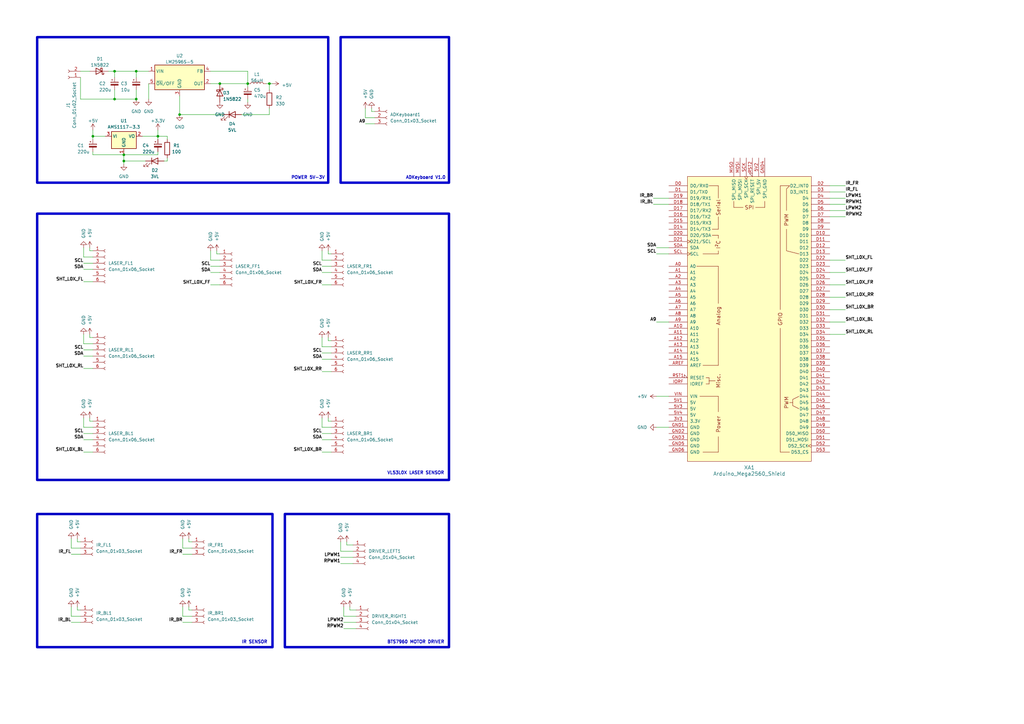
<source format=kicad_sch>
(kicad_sch (version 20230121) (generator eeschema)
  (paper "A3")
  (lib_symbols
    (symbol "Connector:Conn_01x02_Socket" (pin_names (offset 1.016) hide)
      (property "Reference" "J" (at 0 2.54 0))
      (property "Value" "Conn_01x02_Socket" (at 0 -5.08 0))
      (symbol "Conn_01x02_Socket_1_1"
        (arc (start 0 -2.032) (mid -0.5058 -2.54) (end 0 -3.048) (stroke (width 0.1524)))
        (polyline (pts (xy -1.27 -2.54) (xy -0.508 -2.54)) (stroke (width 0.1524)))
        (polyline (pts (xy -1.27 0) (xy -0.508 0)) (stroke (width 0.1524)))
        (arc (start 0 0.508) (mid -0.5058 0) (end 0 -0.508) (stroke (width 0.1524)))
        (pin passive line (at -5.08 0 0) (length 3.81) (name "Pin_1") (number "1"))
        (pin passive line (at -5.08 -2.54 0) (length 3.81) (name "Pin_2") (number "2"))
      )
    )
    (symbol "Connector:Conn_01x03_Socket" (pin_names (offset 1.016) hide)
      (property "Reference" "J" (at 0 5.08 0))
      (property "Value" "Conn_01x03_Socket" (at 0 -5.08 0))
      (symbol "Conn_01x03_Socket_1_1"
        (arc (start 0 -2.032) (mid -0.5058 -2.54) (end 0 -3.048) (stroke (width 0.1524)))
        (polyline (pts (xy -1.27 -2.54) (xy -0.508 -2.54)) (stroke (width 0.1524)))
        (polyline (pts (xy -1.27 0) (xy -0.508 0)) (stroke (width 0.1524)))
        (polyline (pts (xy -1.27 2.54) (xy -0.508 2.54)) (stroke (width 0.1524)))
        (arc (start 0 0.508) (mid -0.5058 0) (end 0 -0.508) (stroke (width 0.1524)))
        (arc (start 0 3.048) (mid -0.5058 2.54) (end 0 2.032) (stroke (width 0.1524)))
        (pin passive line (at -5.08 2.54 0) (length 3.81) (name "Pin_1") (number "1"))
        (pin passive line (at -5.08 0 0) (length 3.81) (name "Pin_2") (number "2"))
        (pin passive line (at -5.08 -2.54 0) (length 3.81) (name "Pin_3") (number "3"))
      )
    )
    (symbol "Connector:Conn_01x04_Socket" (pin_names (offset 1.016) hide)
      (property "Reference" "J" (at 0 5.08 0))
      (property "Value" "Conn_01x04_Socket" (at 0 -7.62 0))
      (symbol "Conn_01x04_Socket_1_1"
        (arc (start 0 -4.572) (mid -0.5058 -5.08) (end 0 -5.588) (stroke (width 0.1524)))
        (arc (start 0 -2.032) (mid -0.5058 -2.54) (end 0 -3.048) (stroke (width 0.1524)))
        (polyline (pts (xy -1.27 -5.08) (xy -0.508 -5.08)) (stroke (width 0.1524)))
        (polyline (pts (xy -1.27 -2.54) (xy -0.508 -2.54)) (stroke (width 0.1524)))
        (polyline (pts (xy -1.27 0) (xy -0.508 0)) (stroke (width 0.1524)))
        (polyline (pts (xy -1.27 2.54) (xy -0.508 2.54)) (stroke (width 0.1524)))
        (arc (start 0 0.508) (mid -0.5058 0) (end 0 -0.508) (stroke (width 0.1524)))
        (arc (start 0 3.048) (mid -0.5058 2.54) (end 0 2.032) (stroke (width 0.1524)))
        (pin passive line (at -5.08 2.54 0) (length 3.81) (name "Pin_1") (number "1"))
        (pin passive line (at -5.08 0 0) (length 3.81) (name "Pin_2") (number "2"))
        (pin passive line (at -5.08 -2.54 0) (length 3.81) (name "Pin_3") (number "3"))
        (pin passive line (at -5.08 -5.08 0) (length 3.81) (name "Pin_4") (number "4"))
      )
    )
    (symbol "Connector:Conn_01x06_Socket" (pin_names (offset 1.016) hide)
      (property "Reference" "J" (at 0 7.62 0))
      (property "Value" "Conn_01x06_Socket" (at 0 -10.16 0))
      (symbol "Conn_01x06_Socket_1_1"
        (arc (start 0 -7.112) (mid -0.5058 -7.62) (end 0 -8.128) (stroke (width 0.1524)))
        (arc (start 0 -4.572) (mid -0.5058 -5.08) (end 0 -5.588) (stroke (width 0.1524)))
        (arc (start 0 -2.032) (mid -0.5058 -2.54) (end 0 -3.048) (stroke (width 0.1524)))
        (polyline (pts (xy -1.27 -7.62) (xy -0.508 -7.62)) (stroke (width 0.1524)))
        (polyline (pts (xy -1.27 -5.08) (xy -0.508 -5.08)) (stroke (width 0.1524)))
        (polyline (pts (xy -1.27 -2.54) (xy -0.508 -2.54)) (stroke (width 0.1524)))
        (polyline (pts (xy -1.27 0) (xy -0.508 0)) (stroke (width 0.1524)))
        (polyline (pts (xy -1.27 2.54) (xy -0.508 2.54)) (stroke (width 0.1524)))
        (polyline (pts (xy -1.27 5.08) (xy -0.508 5.08)) (stroke (width 0.1524)))
        (arc (start 0 0.508) (mid -0.5058 0) (end 0 -0.508) (stroke (width 0.1524)))
        (arc (start 0 3.048) (mid -0.5058 2.54) (end 0 2.032) (stroke (width 0.1524)))
        (arc (start 0 5.588) (mid -0.5058 5.08) (end 0 4.572) (stroke (width 0.1524)))
        (pin passive line (at -5.08 5.08 0) (length 3.81) (name "Pin_1") (number "1"))
        (pin passive line (at -5.08 2.54 0) (length 3.81) (name "Pin_2") (number "2"))
        (pin passive line (at -5.08 0 0) (length 3.81) (name "Pin_3") (number "3"))
        (pin passive line (at -5.08 -2.54 0) (length 3.81) (name "Pin_4") (number "4"))
        (pin passive line (at -5.08 -5.08 0) (length 3.81) (name "Pin_5") (number "5"))
        (pin passive line (at -5.08 -7.62 0) (length 3.81) (name "Pin_6") (number "6"))
      )
    )
    (symbol "Device:C_Polarized_Small" (pin_numbers hide) (pin_names (offset 0.254) hide)
      (property "Reference" "C" (at 0.254 1.778 0))
      (property "Value" "C_Polarized_Small" (at 0.254 -2.032 0))
      (symbol "C_Polarized_Small_0_1"
        (rectangle (start -1.524 -0.3048) (end 1.524 -0.6858) (fill (type outline)))
        (rectangle (start -1.524 0.6858) (end 1.524 0.3048))
        (polyline (pts (xy -1.27 1.524) (xy -0.762 1.524)))
        (polyline (pts (xy -1.016 1.27) (xy -1.016 1.778)))
      )
      (symbol "C_Polarized_Small_1_1"
        (pin passive line (at 0 2.54 270) (length 1.8542) (name "~") (number "1"))
        (pin passive line (at 0 -2.54 90) (length 1.8542) (name "~") (number "2"))
      )
    )
    (symbol "Device:L" (pin_numbers hide) (pin_names (offset 1.016) hide)
      (property "Reference" "L" (at -1.27 0 90))
      (property "Value" "L" (at 1.905 0 90))
      (symbol "L_0_1"
        (arc (start 0 -2.54) (mid 0.6323 -1.905) (end 0 -1.27))
        (arc (start 0 -1.27) (mid 0.6323 -0.635) (end 0 0))
        (arc (start 0 0) (mid 0.6323 0.635) (end 0 1.27))
        (arc (start 0 1.27) (mid 0.6323 1.905) (end 0 2.54))
      )
      (symbol "L_1_1"
        (pin passive line (at 0 3.81 270) (length 1.27) (name "1") (number "1"))
        (pin passive line (at 0 -3.81 90) (length 1.27) (name "2") (number "2"))
      )
    )
    (symbol "Device:LED" (pin_numbers hide) (pin_names (offset 1.016) hide)
      (property "Reference" "D" (at 0 2.54 0))
      (property "Value" "LED" (at 0 -2.54 0))
      (symbol "LED_0_1"
        (polyline (pts (xy -1.27 -1.27) (xy -1.27 1.27)) (stroke (width 0.254)))
        (polyline (pts (xy -1.27 0) (xy 1.27 0)))
        (polyline (pts (xy 1.27 -1.27) (xy 1.27 1.27) (xy -1.27 0) (xy 1.27 -1.27)) (stroke (width 0.254)))
        (polyline (pts (xy -3.048 -0.762) (xy -4.572 -2.286) (xy -3.81 -2.286) (xy -4.572 -2.286) (xy -4.572 -1.524)))
        (polyline (pts (xy -1.778 -0.762) (xy -3.302 -2.286) (xy -2.54 -2.286) (xy -3.302 -2.286) (xy -3.302 -1.524)))
      )
      (symbol "LED_1_1"
        (pin passive line (at -3.81 0 0) (length 2.54) (name "K") (number "1"))
        (pin passive line (at 3.81 0 180) (length 2.54) (name "A") (number "2"))
      )
    )
    (symbol "Device:R" (pin_numbers hide) (pin_names (offset 0))
      (property "Reference" "R" (at 2.032 0 90))
      (property "Value" "R" (at 0 0 90))
      (symbol "R_0_1"
        (rectangle (start -1.016 -2.54) (end 1.016 2.54) (stroke (width 0.254)))
      )
      (symbol "R_1_1"
        (pin passive line (at 0 3.81 270) (length 1.27) (name "~") (number "1"))
        (pin passive line (at 0 -3.81 90) (length 1.27) (name "~") (number "2"))
      )
    )
    (symbol "Diode:1N5822" (pin_numbers hide) (pin_names (offset 1.016) hide)
      (property "Reference" "D" (at 0 2.54 0))
      (property "Value" "1N5822" (at 0 -2.54 0))
      (symbol "1N5822_0_1"
        (polyline (pts (xy 1.27 0) (xy -1.27 0)))
        (polyline (pts (xy 1.27 1.27) (xy 1.27 -1.27) (xy -1.27 0) (xy 1.27 1.27)) (stroke (width 0.254)))
        (polyline (pts (xy -1.905 0.635) (xy -1.905 1.27) (xy -1.27 1.27) (xy -1.27 -1.27) (xy -0.635 -1.27) (xy -0.635 -0.635)) (stroke (width 0.254)))
      )
      (symbol "1N5822_1_1"
        (pin passive line (at -3.81 0 0) (length 2.54) (name "K") (number "1"))
        (pin passive line (at 3.81 0 180) (length 2.54) (name "A") (number "2"))
      )
    )
    (symbol "Regulator_Linear:AMS1117-3.3"
      (property "Reference" "U" (at -3.81 3.175 0))
      (property "Value" "AMS1117-3.3" (at 0 3.175 0))
      (symbol "AMS1117-3.3_0_1"
        (rectangle (start -5.08 -5.08) (end 5.08 1.905) (stroke (width 0.254)) (fill (type background)))
      )
      (symbol "AMS1117-3.3_1_1"
        (pin power_in line (at 0 -7.62 90) (length 2.54) (name "GND") (number "1"))
        (pin power_out line (at 7.62 0 180) (length 2.54) (name "VO") (number "2"))
        (pin power_in line (at -7.62 0 0) (length 2.54) (name "VI") (number "3"))
      )
    )
    (symbol "Regulator_Switching:LM2596S-5"
      (property "Reference" "U" (at -10.16 6.35 0))
      (property "Value" "LM2596S-5" (at 0 6.35 0))
      (symbol "LM2596S-5_0_1"
        (rectangle (start -10.16 5.08) (end 10.16 -5.08) (stroke (width 0.254)) (fill (type background)))
      )
      (symbol "LM2596S-5_1_1"
        (pin power_in line (at -12.7 2.54 0) (length 2.54) (name "VIN") (number "1"))
        (pin output line (at 12.7 -2.54 180) (length 2.54) (name "OUT") (number "2"))
        (pin power_in line (at 0 -7.62 90) (length 2.54) (name "GND") (number "3"))
        (pin input line (at 12.7 2.54 180) (length 2.54) (name "FB") (number "4"))
        (pin input line (at -12.7 -2.54 0) (length 2.54) (name "~{ON}/OFF") (number "5"))
      )
    )
    (symbol "arduino-library:Arduino_Mega2560_Shield" (pin_names (offset 1.016))
      (property "Reference" "XA" (at 0 -62.23 0))
      (property "Value" "Arduino_Mega2560_Shield" (at 0 -66.04 0))
      (symbol "Arduino_Mega2560_Shield_0_0"
        (rectangle (start -25.4 -58.42) (end 25.4 58.42) (fill (type background)))
        (rectangle (start -20.32 -31.75) (end -12.7 -31.75))
        (rectangle (start -19.05 -54.61) (end -12.7 -54.61))
        (rectangle (start -19.05 -19.05) (end -12.7 -19.05))
        (rectangle (start -19.05 26.67) (end -12.7 26.67))
        (rectangle (start -17.78 -26.67) (end -16.51 -26.67))
        (rectangle (start -17.78 -24.13) (end -16.51 -24.13))
        (rectangle (start -16.51 -25.4) (end -13.97 -25.4))
        (rectangle (start -16.51 -24.13) (end -16.51 -26.67))
        (rectangle (start -16.51 54.61) (end -12.7 54.61))
        (rectangle (start -15.24 34.29) (end -12.7 34.29))
        (rectangle (start -15.24 36.83) (end -12.7 36.83))
        (rectangle (start -12.7 -54.61) (end -12.7 -48.26))
        (rectangle (start -12.7 -31.75) (end -12.7 -38.1))
        (rectangle (start -12.7 26.67) (end -12.7 27.94))
        (rectangle (start -12.7 34.29) (end -12.7 33.02))
        (rectangle (start -12.7 41.91) (end -12.7 36.83))
        (rectangle (start -12.7 49.53) (end -12.7 54.61))
        (rectangle (start -6.35 48.26) (end -6.35 45.72))
        (rectangle (start -2.54 45.72) (end -6.35 45.72))
        (polyline (pts (xy -21.59 21.59) (xy -12.7 21.59)))
        (polyline (pts (xy -12.7 -19.05) (xy -12.7 -3.81)))
        (polyline (pts (xy -12.7 6.35) (xy -12.7 21.59)))
        (polyline (pts (xy 12.7 -54.61) (xy 16.51 -54.61)))
        (polyline (pts (xy 12.7 54.61) (xy 16.51 54.61)))
        (polyline (pts (xy 17.78 -34.29) (xy 16.51 -34.29)))
        (polyline (pts (xy 15.24 36.83) (xy 15.24 27.94) (xy 20.32 26.67)))
        (polyline (pts (xy 15.24 44.45) (xy 15.24 53.34) (xy 16.51 54.61)))
        (polyline (pts (xy 20.32 -31.75) (xy 17.78 -33.02) (xy 17.78 -35.56) (xy 20.32 -36.83)))
        (rectangle (start 6.35 45.72) (end 2.54 45.72))
        (rectangle (start 6.35 48.26) (end 6.35 45.72))
        (text "Analog" (at -12.7 1.27 900) (effects (font (size 1.524 1.524))))
        (text "I²C" (at -12.7 30.48 900) (effects (font (size 1.524 1.524))))
        (text "Misc." (at -12.7 -25.4 900) (effects (font (size 1.524 1.524))))
        (text "Power" (at -12.7 -43.18 900) (effects (font (size 1.524 1.524))))
        (text "PWM" (at 15.24 -34.29 900) (effects (font (size 1.524 1.524))))
        (text "PWM" (at 15.24 40.64 900) (effects (font (size 1.524 1.524))))
        (text "Serial" (at -12.7 45.72 900) (effects (font (size 1.524 1.524))))
        (text "SPI" (at 0 45.72 0) (effects (font (size 1.524 1.524))))
      )
      (symbol "Arduino_Mega2560_Shield_1_0"
        (rectangle (start 12.7 -54.61) (end 12.7 -3.81))
        (rectangle (start 12.7 54.61) (end 12.7 3.81))
        (text "GPIO" (at 12.7 0 900) (effects (font (size 1.524 1.524))))
      )
      (symbol "Arduino_Mega2560_Shield_1_1"
        (pin power_out line (at -33.02 -41.91 0) (length 7.62) (name "3.3V") (number "3V3"))
        (pin power_in line (at -33.02 -34.29 0) (length 7.62) (name "5V") (number "5V1"))
        (pin power_in line (at 3.81 66.04 270) (length 7.62) (name "SPI_5V") (number "5V2"))
        (pin power_in line (at -33.02 -36.83 0) (length 7.62) (name "5V") (number "5V3"))
        (pin power_in line (at -33.02 -39.37 0) (length 7.62) (name "5V") (number "5V4"))
        (pin bidirectional line (at -33.02 21.59 0) (length 7.62) (name "A0") (number "A0"))
        (pin bidirectional line (at -33.02 19.05 0) (length 7.62) (name "A1") (number "A1"))
        (pin bidirectional line (at -33.02 -3.81 0) (length 7.62) (name "A10") (number "A10"))
        (pin bidirectional line (at -33.02 -6.35 0) (length 7.62) (name "A11") (number "A11"))
        (pin bidirectional line (at -33.02 -8.89 0) (length 7.62) (name "A12") (number "A12"))
        (pin bidirectional line (at -33.02 -11.43 0) (length 7.62) (name "A13") (number "A13"))
        (pin bidirectional line (at -33.02 -13.97 0) (length 7.62) (name "A14") (number "A14"))
        (pin bidirectional line (at -33.02 -16.51 0) (length 7.62) (name "A15") (number "A15"))
        (pin bidirectional line (at -33.02 16.51 0) (length 7.62) (name "A2") (number "A2"))
        (pin bidirectional line (at -33.02 13.97 0) (length 7.62) (name "A3") (number "A3"))
        (pin bidirectional line (at -33.02 11.43 0) (length 7.62) (name "A4") (number "A4"))
        (pin bidirectional line (at -33.02 8.89 0) (length 7.62) (name "A5") (number "A5"))
        (pin bidirectional line (at -33.02 6.35 0) (length 7.62) (name "A6") (number "A6"))
        (pin bidirectional line (at -33.02 3.81 0) (length 7.62) (name "A7") (number "A7"))
        (pin bidirectional line (at -33.02 1.27 0) (length 7.62) (name "A8") (number "A8"))
        (pin bidirectional line (at -33.02 -1.27 0) (length 7.62) (name "A9") (number "A9"))
        (pin input line (at -33.02 -19.05 0) (length 7.62) (name "AREF") (number "AREF"))
        (pin bidirectional line (at -33.02 54.61 0) (length 7.62) (name "D0/RX0") (number "D0"))
        (pin bidirectional line (at -33.02 52.07 0) (length 7.62) (name "D1/TX0") (number "D1"))
        (pin bidirectional line (at 33.02 34.29 180) (length 7.62) (name "D10") (number "D10"))
        (pin bidirectional line (at 33.02 31.75 180) (length 7.62) (name "D11") (number "D11"))
        (pin bidirectional line (at 33.02 29.21 180) (length 7.62) (name "D12") (number "D12"))
        (pin bidirectional line (at 33.02 26.67 180) (length 7.62) (name "D13") (number "D13"))
        (pin bidirectional line (at -33.02 36.83 0) (length 7.62) (name "D14/TX3") (number "D14"))
        (pin bidirectional line (at -33.02 39.37 0) (length 7.62) (name "D15/RX3") (number "D15"))
        (pin bidirectional line (at -33.02 41.91 0) (length 7.62) (name "D16/TX2") (number "D16"))
        (pin bidirectional line (at -33.02 44.45 0) (length 7.62) (name "D17/RX2") (number "D17"))
        (pin bidirectional line (at -33.02 46.99 0) (length 7.62) (name "D18/TX1") (number "D18"))
        (pin bidirectional line (at -33.02 49.53 0) (length 7.62) (name "D19/RX1") (number "D19"))
        (pin bidirectional line (at 33.02 54.61 180) (length 7.62) (name "D2_INT0") (number "D2"))
        (pin bidirectional line (at -33.02 34.29 0) (length 7.62) (name "D20/SDA") (number "D20"))
        (pin bidirectional clock (at -33.02 31.75 0) (length 7.62) (name "D21/SCL") (number "D21"))
        (pin bidirectional line (at 33.02 24.13 180) (length 7.62) (name "D22") (number "D22"))
        (pin bidirectional line (at 33.02 21.59 180) (length 7.62) (name "D23") (number "D23"))
        (pin bidirectional line (at 33.02 19.05 180) (length 7.62) (name "D24") (number "D24"))
        (pin bidirectional line (at 33.02 16.51 180) (length 7.62) (name "D25") (number "D25"))
        (pin bidirectional line (at 33.02 13.97 180) (length 7.62) (name "D26") (number "D26"))
        (pin bidirectional line (at 33.02 11.43 180) (length 7.62) (name "D27") (number "D27"))
        (pin bidirectional line (at 33.02 8.89 180) (length 7.62) (name "D28") (number "D28"))
        (pin bidirectional line (at 33.02 6.35 180) (length 7.62) (name "D29") (number "D29"))
        (pin bidirectional line (at 33.02 52.07 180) (length 7.62) (name "D3_INT1") (number "D3"))
        (pin bidirectional line (at 33.02 3.81 180) (length 7.62) (name "D30") (number "D30"))
        (pin bidirectional line (at 33.02 1.27 180) (length 7.62) (name "D31") (number "D31"))
        (pin bidirectional line (at 33.02 -1.27 180) (length 7.62) (name "D32") (number "D32"))
        (pin bidirectional line (at 33.02 -3.81 180) (length 7.62) (name "D33") (number "D33"))
        (pin bidirectional line (at 33.02 -6.35 180) (length 7.62) (name "D34") (number "D34"))
        (pin bidirectional line (at 33.02 -8.89 180) (length 7.62) (name "D35") (number "D35"))
        (pin bidirectional line (at 33.02 -11.43 180) (length 7.62) (name "D36") (number "D36"))
        (pin bidirectional line (at 33.02 -13.97 180) (length 7.62) (name "D37") (number "D37"))
        (pin bidirectional line (at 33.02 -16.51 180) (length 7.62) (name "D38") (number "D38"))
        (pin bidirectional line (at 33.02 -19.05 180) (length 7.62) (name "D39") (number "D39"))
        (pin bidirectional line (at 33.02 49.53 180) (length 7.62) (name "D4") (number "D4"))
        (pin bidirectional line (at 33.02 -21.59 180) (length 7.62) (name "D40") (number "D40"))
        (pin bidirectional line (at 33.02 -24.13 180) (length 7.62) (name "D41") (number "D41"))
        (pin bidirectional line (at 33.02 -26.67 180) (length 7.62) (name "D42") (number "D42"))
        (pin bidirectional line (at 33.02 -29.21 180) (length 7.62) (name "D43") (number "D43"))
        (pin bidirectional line (at 33.02 -31.75 180) (length 7.62) (name "D44") (number "D44"))
        (pin bidirectional line (at 33.02 -34.29 180) (length 7.62) (name "D45") (number "D45"))
        (pin bidirectional line (at 33.02 -36.83 180) (length 7.62) (name "D46") (number "D46"))
        (pin bidirectional line (at 33.02 -39.37 180) (length 7.62) (name "D47") (number "D47"))
        (pin bidirectional line (at 33.02 -41.91 180) (length 7.62) (name "D48") (number "D48"))
        (pin bidirectional line (at 33.02 -44.45 180) (length 7.62) (name "D49") (number "D49"))
        (pin bidirectional line (at 33.02 46.99 180) (length 7.62) (name "D5") (number "D5"))
        (pin bidirectional line (at 33.02 -46.99 180) (length 7.62) (name "D50_MISO") (number "D50"))
        (pin bidirectional line (at 33.02 -49.53 180) (length 7.62) (name "D51_MOSI") (number "D51"))
        (pin bidirectional clock (at 33.02 -52.07 180) (length 7.62) (name "D52_SCK") (number "D52"))
        (pin bidirectional line (at 33.02 -54.61 180) (length 7.62) (name "D53_CS") (number "D53"))
        (pin bidirectional line (at 33.02 44.45 180) (length 7.62) (name "D6") (number "D6"))
        (pin bidirectional line (at 33.02 41.91 180) (length 7.62) (name "D7") (number "D7"))
        (pin bidirectional line (at 33.02 39.37 180) (length 7.62) (name "D8") (number "D8"))
        (pin bidirectional line (at 33.02 36.83 180) (length 7.62) (name "D9") (number "D9"))
        (pin power_in line (at -33.02 -44.45 0) (length 7.62) (name "GND") (number "GND1"))
        (pin power_in line (at -33.02 -46.99 0) (length 7.62) (name "GND") (number "GND2"))
        (pin power_in line (at -33.02 -49.53 0) (length 7.62) (name "GND") (number "GND3"))
        (pin power_in line (at 6.35 66.04 270) (length 7.62) (name "SPI_GND") (number "GND4"))
        (pin power_in line (at -33.02 -52.07 0) (length 7.62) (name "GND") (number "GND5"))
        (pin power_in line (at -33.02 -54.61 0) (length 7.62) (name "GND") (number "GND6"))
        (pin output line (at -33.02 -26.67 0) (length 7.62) (name "IOREF") (number "IORF"))
        (pin input line (at -6.35 66.04 270) (length 7.62) (name "SPI_MISO") (number "MISO"))
        (pin output line (at -3.81 66.04 270) (length 7.62) (name "SPI_MOSI") (number "MOSI"))
        (pin open_collector input_low (at -33.02 -24.13 0) (length 7.62) (name "RESET") (number "RST1"))
        (pin open_collector input_low (at 1.27 66.04 270) (length 7.62) (name "SPI_RESET") (number "RST2"))
        (pin output clock (at -1.27 66.04 270) (length 7.62) (name "SPI_SCK") (number "SCK"))
        (pin bidirectional clock (at -33.02 26.67 0) (length 7.62) (name "SCL") (number "SCL"))
        (pin bidirectional line (at -33.02 29.21 0) (length 7.62) (name "SDA") (number "SDA"))
        (pin power_in line (at -33.02 -31.75 0) (length 7.62) (name "VIN") (number "VIN"))
      )
    )
    (symbol "power:+3.3V" (power) (pin_names (offset 0))
      (property "Value" "+3.3V" (at 0 3.556 0))
      (symbol "+3.3V_0_1"
        (polyline (pts (xy -0.762 1.27) (xy 0 2.54)))
        (polyline (pts (xy 0 0) (xy 0 2.54)))
        (polyline (pts (xy 0 2.54) (xy 0.762 1.27)))
      )
      (symbol "+3.3V_1_1"
        (pin power_in line (at 0 0 90) (length 0) hide (name "+3.3V") (number "1"))
      )
    )
    (symbol "power:+5V" (power) (pin_names (offset 0))
      (property "Value" "+5V" (at 0 3.556 0))
      (symbol "+5V_0_1"
        (polyline (pts (xy -0.762 1.27) (xy 0 2.54)))
        (polyline (pts (xy 0 0) (xy 0 2.54)))
        (polyline (pts (xy 0 2.54) (xy 0.762 1.27)))
      )
      (symbol "+5V_1_1"
        (pin power_in line (at 0 0 90) (length 0) hide (name "+5V") (number "1"))
      )
    )
    (symbol "power:GND" (power) (pin_names (offset 0))
      (property "Value" "GND" (at 0 -3.81 0))
      (symbol "GND_0_1"
        (polyline (pts (xy 0 0) (xy 0 -1.27) (xy 1.27 -1.27) (xy 0 -2.54) (xy -1.27 -1.27) (xy 0 -1.27)))
      )
      (symbol "GND_1_1"
        (pin power_in line (at 0 0 270) (length 0) hide (name "GND") (number "1"))
      )
    )
  )
  (junction (at 73.66 46.99))
  (junction (at 55.88 29.21))
  (junction (at 64.77 55.88))
  (junction (at 50.8 66.04))
  (junction (at 50.8 63.5))
  (junction (at 110.49 34.29))
  (junction (at 38.1 55.88))
  (junction (at 46.99 40.64))
  (junction (at 101.6 34.29))
  (junction (at 55.88 40.64))
  (junction (at 46.99 29.21))
  (junction (at 90.17 34.29))
  (wire (pts (xy 68.58 64.77) (xy 68.58 66.04)))
  (wire (pts (xy 78.74 250.19) (xy 77.47 250.19)))
  (wire (pts (xy 340.36 106.68) (xy 346.71 106.68)))
  (wire (pts (xy 340.36 78.74) (xy 346.71 78.74)))
  (wire (pts (xy 269.24 132.08) (xy 274.32 132.08)))
  (wire (pts (xy 149.86 50.8) (xy 153.67 50.8)))
  (wire (pts (xy 132.08 111.76) (xy 135.89 111.76)))
  (wire (pts (xy 340.36 83.82) (xy 346.71 83.82)))
  (wire (pts (xy 38.1 53.34) (xy 38.1 55.88)))
  (wire (pts (xy 134.62 104.14) (xy 134.62 102.87)))
  (wire (pts (xy 34.29 115.57) (xy 38.1 115.57)))
  (wire (pts (xy 74.93 224.79) (xy 74.93 220.98)))
  (wire (pts (xy 36.83 102.87) (xy 36.83 101.6)))
  (wire (pts (xy 144.78 223.52) (xy 142.24 223.52)))
  (wire (pts (xy 139.7 231.14) (xy 144.78 231.14)))
  (wire (pts (xy 101.6 40.64) (xy 101.6 41.91)))
  (wire (pts (xy 132.08 175.26) (xy 132.08 171.45)))
  (wire (pts (xy 29.21 252.73) (xy 29.21 248.92)))
  (wire (pts (xy 34.29 177.8) (xy 38.1 177.8)))
  (wire (pts (xy 38.1 102.87) (xy 36.83 102.87)))
  (wire (pts (xy 64.77 57.15) (xy 64.77 55.88)))
  (wire (pts (xy 77.47 250.19) (xy 77.47 248.92)))
  (wire (pts (xy 73.66 39.37) (xy 73.66 46.99)))
  (wire (pts (xy 340.36 132.08) (xy 346.71 132.08)))
  (wire (pts (xy 38.1 63.5) (xy 50.8 63.5)))
  (wire (pts (xy 152.4 45.72) (xy 152.4 44.45)))
  (wire (pts (xy 34.29 110.49) (xy 38.1 110.49)))
  (wire (pts (xy 110.49 46.99) (xy 110.49 44.45)))
  (wire (pts (xy 46.99 31.75) (xy 46.99 29.21)))
  (wire (pts (xy 38.1 175.26) (xy 34.29 175.26)))
  (wire (pts (xy 140.97 255.27) (xy 146.05 255.27)))
  (wire (pts (xy 90.17 34.29) (xy 101.6 34.29)))
  (wire (pts (xy 34.29 140.97) (xy 34.29 137.16)))
  (wire (pts (xy 269.24 162.56) (xy 274.32 162.56)))
  (wire (pts (xy 144.78 226.06) (xy 139.7 226.06)))
  (wire (pts (xy 142.24 223.52) (xy 142.24 222.25)))
  (wire (pts (xy 140.97 252.73) (xy 140.97 248.92)))
  (wire (pts (xy 33.02 224.79) (xy 29.21 224.79)))
  (wire (pts (xy 146.05 252.73) (xy 140.97 252.73)))
  (wire (pts (xy 31.75 222.25) (xy 31.75 220.98)))
  (wire (pts (xy 132.08 109.22) (xy 135.89 109.22)))
  (wire (pts (xy 135.89 106.68) (xy 132.08 106.68)))
  (wire (pts (xy 267.97 83.82) (xy 274.32 83.82)))
  (wire (pts (xy 86.36 34.29) (xy 90.17 34.29)))
  (wire (pts (xy 34.29 146.05) (xy 38.1 146.05)))
  (wire (pts (xy 55.88 36.83) (xy 55.88 40.64)))
  (wire (pts (xy 153.67 48.26) (xy 149.86 48.26)))
  (wire (pts (xy 50.8 66.04) (xy 50.8 67.31)))
  (wire (pts (xy 340.36 81.28) (xy 346.71 81.28)))
  (wire (pts (xy 29.21 224.79) (xy 29.21 220.98)))
  (wire (pts (xy 34.29 151.13) (xy 38.1 151.13)))
  (wire (pts (xy 34.29 180.34) (xy 38.1 180.34)))
  (wire (pts (xy 340.36 121.92) (xy 346.71 121.92)))
  (wire (pts (xy 68.58 66.04) (xy 67.31 66.04)))
  (wire (pts (xy 38.1 140.97) (xy 34.29 140.97)))
  (wire (pts (xy 29.21 255.27) (xy 33.02 255.27)))
  (wire (pts (xy 60.96 34.29) (xy 60.96 40.64)))
  (wire (pts (xy 33.02 252.73) (xy 29.21 252.73)))
  (wire (pts (xy 50.8 66.04) (xy 59.69 66.04)))
  (wire (pts (xy 64.77 53.34) (xy 64.77 55.88)))
  (wire (pts (xy 86.36 109.22) (xy 90.17 109.22)))
  (wire (pts (xy 33.02 40.64) (xy 46.99 40.64)))
  (wire (pts (xy 132.08 147.32) (xy 135.89 147.32)))
  (wire (pts (xy 269.24 101.6) (xy 274.32 101.6)))
  (wire (pts (xy 74.93 227.33) (xy 78.74 227.33)))
  (wire (pts (xy 111.76 34.29) (xy 110.49 34.29)))
  (wire (pts (xy 132.08 152.4) (xy 135.89 152.4)))
  (wire (pts (xy 33.02 250.19) (xy 31.75 250.19)))
  (wire (pts (xy 132.08 106.68) (xy 132.08 102.87)))
  (wire (pts (xy 90.17 106.68) (xy 86.36 106.68)))
  (wire (pts (xy 64.77 55.88) (xy 58.42 55.88)))
  (wire (pts (xy 146.05 250.19) (xy 143.51 250.19)))
  (wire (pts (xy 46.99 29.21) (xy 55.88 29.21)))
  (wire (pts (xy 135.89 142.24) (xy 132.08 142.24)))
  (wire (pts (xy 101.6 29.21) (xy 101.6 34.29)))
  (wire (pts (xy 86.36 116.84) (xy 90.17 116.84)))
  (wire (pts (xy 269.24 104.14) (xy 274.32 104.14)))
  (wire (pts (xy 88.9 104.14) (xy 88.9 102.87)))
  (wire (pts (xy 34.29 175.26) (xy 34.29 171.45)))
  (wire (pts (xy 33.02 222.25) (xy 31.75 222.25)))
  (wire (pts (xy 74.93 252.73) (xy 74.93 248.92)))
  (wire (pts (xy 34.29 105.41) (xy 34.29 101.6)))
  (wire (pts (xy 38.1 138.43) (xy 36.83 138.43)))
  (wire (pts (xy 36.83 138.43) (xy 36.83 137.16)))
  (wire (pts (xy 68.58 57.15) (xy 68.58 55.88)))
  (wire (pts (xy 153.67 45.72) (xy 152.4 45.72)))
  (wire (pts (xy 86.36 29.21) (xy 101.6 29.21)))
  (wire (pts (xy 46.99 36.83) (xy 46.99 40.64)))
  (wire (pts (xy 110.49 34.29) (xy 110.49 36.83)))
  (wire (pts (xy 55.88 31.75) (xy 55.88 29.21)))
  (wire (pts (xy 38.1 57.15) (xy 38.1 55.88)))
  (wire (pts (xy 340.36 88.9) (xy 346.71 88.9)))
  (wire (pts (xy 33.02 31.75) (xy 33.02 40.64)))
  (wire (pts (xy 73.66 46.99) (xy 91.44 46.99)))
  (wire (pts (xy 139.7 228.6) (xy 144.78 228.6)))
  (wire (pts (xy 44.45 29.21) (xy 46.99 29.21)))
  (wire (pts (xy 135.89 175.26) (xy 132.08 175.26)))
  (wire (pts (xy 132.08 180.34) (xy 135.89 180.34)))
  (wire (pts (xy 34.29 143.51) (xy 38.1 143.51)))
  (wire (pts (xy 340.36 127) (xy 346.71 127)))
  (wire (pts (xy 86.36 106.68) (xy 86.36 102.87)))
  (wire (pts (xy 78.74 224.79) (xy 74.93 224.79)))
  (wire (pts (xy 134.62 139.7) (xy 134.62 138.43)))
  (wire (pts (xy 38.1 55.88) (xy 43.18 55.88)))
  (wire (pts (xy 269.24 175.26) (xy 274.32 175.26)))
  (wire (pts (xy 267.97 81.28) (xy 274.32 81.28)))
  (wire (pts (xy 78.74 252.73) (xy 74.93 252.73)))
  (wire (pts (xy 34.29 185.42) (xy 38.1 185.42)))
  (wire (pts (xy 132.08 142.24) (xy 132.08 138.43)))
  (wire (pts (xy 38.1 105.41) (xy 34.29 105.41)))
  (wire (pts (xy 36.83 172.72) (xy 36.83 171.45)))
  (wire (pts (xy 132.08 116.84) (xy 135.89 116.84)))
  (wire (pts (xy 74.93 255.27) (xy 78.74 255.27)))
  (wire (pts (xy 132.08 185.42) (xy 135.89 185.42)))
  (wire (pts (xy 29.21 227.33) (xy 33.02 227.33)))
  (wire (pts (xy 38.1 172.72) (xy 36.83 172.72)))
  (wire (pts (xy 134.62 172.72) (xy 134.62 171.45)))
  (wire (pts (xy 340.36 111.76) (xy 346.71 111.76)))
  (wire (pts (xy 135.89 139.7) (xy 134.62 139.7)))
  (wire (pts (xy 340.36 76.2) (xy 346.71 76.2)))
  (wire (pts (xy 33.02 29.21) (xy 36.83 29.21)))
  (wire (pts (xy 64.77 63.5) (xy 50.8 63.5)))
  (wire (pts (xy 340.36 86.36) (xy 346.71 86.36)))
  (wire (pts (xy 110.49 34.29) (xy 109.22 34.29)))
  (wire (pts (xy 34.29 107.95) (xy 38.1 107.95)))
  (wire (pts (xy 38.1 62.23) (xy 38.1 63.5)))
  (wire (pts (xy 340.36 137.16) (xy 346.71 137.16)))
  (wire (pts (xy 132.08 144.78) (xy 135.89 144.78)))
  (wire (pts (xy 78.74 222.25) (xy 77.47 222.25)))
  (wire (pts (xy 31.75 250.19) (xy 31.75 248.92)))
  (wire (pts (xy 55.88 29.21) (xy 60.96 29.21)))
  (wire (pts (xy 86.36 111.76) (xy 90.17 111.76)))
  (wire (pts (xy 90.17 104.14) (xy 88.9 104.14)))
  (wire (pts (xy 143.51 250.19) (xy 143.51 248.92)))
  (wire (pts (xy 68.58 55.88) (xy 64.77 55.88)))
  (wire (pts (xy 135.89 104.14) (xy 134.62 104.14)))
  (wire (pts (xy 101.6 34.29) (xy 101.6 35.56)))
  (wire (pts (xy 135.89 172.72) (xy 134.62 172.72)))
  (wire (pts (xy 140.97 257.81) (xy 146.05 257.81)))
  (wire (pts (xy 77.47 222.25) (xy 77.47 220.98)))
  (wire (pts (xy 340.36 116.84) (xy 346.71 116.84)))
  (wire (pts (xy 149.86 48.26) (xy 149.86 44.45)))
  (wire (pts (xy 99.06 46.99) (xy 110.49 46.99)))
  (wire (pts (xy 46.99 40.64) (xy 55.88 40.64)))
  (wire (pts (xy 139.7 226.06) (xy 139.7 222.25)))
  (wire (pts (xy 64.77 62.23) (xy 64.77 63.5)))
  (wire (pts (xy 50.8 63.5) (xy 50.8 66.04)))
  (wire (pts (xy 132.08 177.8) (xy 135.89 177.8)))
  (rectangle (start 139.7 15.24) (end 184.15 74.93) (stroke (width 1)))
  (rectangle (start 116.84 210.82) (end 184.15 265.43) (stroke (width 1)))
  (rectangle (start 15.24 210.82) (end 111.76 265.43) (stroke (width 1)))
  (rectangle (start 15.24 15.24) (end 134.62 74.93) (stroke (width 1)))
  (rectangle (start 15.24 87.63) (end 184.15 196.85) (stroke (width 1)))
  (text "BTS7960 MOTOR DRIVER\n" (at 158.75 264.16 0) (effects (font (size 1.27 1.27) bold) (justify left bottom)))
  (text "ADKeyboard V1.0\n" (at 166.37 73.66 0) (effects (font (size 1.27 1.27) bold) (justify left bottom)))
  (text "VL53L0X LASER SENSOR \n\n" (at 158.75 196.85 0) (effects (font (size 1.27 1.27) bold) (justify left bottom)))
  (text "IR SENSOR\n" (at 99.06 264.16 0) (effects (font (size 1.27 1.27) bold) (justify left bottom)))
  (text "POWER 5V-3V\n" (at 119.38 73.66 0) (effects (font (size 1.27 1.27) bold) (justify left bottom)))
  (label "SDA" (at 34.29 110.49 180) (effects (font bold)))
  (label "SCL" (at 269.24 104.14 180) (effects (font bold)))
  (label "IR_BL" (at 29.21 255.27 180) (effects (font bold)))
  (label "SHT_L0X_FF" (at 346.71 111.76 0) (effects (font bold)))
  (label "SCL" (at 34.29 143.51 180) (effects (font bold)))
  (label "LPWM1" (at 346.71 81.28 0) (effects (font bold)))
  (label "SCL" (at 132.08 144.78 180) (effects (font bold)))
  (label "SHT_L0X_FR" (at 132.08 116.84 180) (effects (font (thickness 0.254) bold)))
  (label "SHT_L0X_FL" (at 346.71 106.68 0) (effects (font bold)))
  (label "SHT_L0X_BL" (at 34.29 185.42 180) (effects (font (thickness 0.254) bold)))
  (label "SDA" (at 132.08 147.32 180) (effects (font bold)))
  (label "A9" (at 149.86 50.8 180) (effects (font bold)))
  (label "LPWM2" (at 346.71 86.36 0) (effects (font bold)))
  (label "A9" (at 269.24 132.08 180) (effects (font bold)))
  (label "RPWM2" (at 140.97 257.81 180) (effects (font bold)))
  (label "SDA" (at 132.08 180.34 180) (effects (font bold)))
  (label "SHT_L0X_FF" (at 86.36 116.84 180) (effects (font (thickness 0.254) bold)))
  (label "SHT_L0X_RR" (at 346.71 121.92 0) (effects (font bold)))
  (label "SDA" (at 269.24 101.6 180) (effects (font bold)))
  (label "LPWM1" (at 139.7 228.6 180) (effects (font bold)))
  (label "SCL" (at 132.08 177.8 180) (effects (font bold)))
  (label "IR_FL" (at 346.71 78.74 0) (effects (font bold)))
  (label "RPWM2" (at 346.71 88.9 0) (effects (font bold)))
  (label "SCL" (at 34.29 177.8 180) (effects (font bold)))
  (label "SCL" (at 34.29 107.95 180) (effects (font bold)))
  (label "IR_BL" (at 267.97 83.82 180) (effects (font bold)))
  (label "SDA" (at 34.29 180.34 180) (effects (font bold)))
  (label "RPWM1" (at 139.7 231.14 180) (effects (font bold)))
  (label "SHT_L0X_FR" (at 346.71 116.84 0) (effects (font bold)))
  (label "SHT_L0X_BR" (at 346.71 127 0) (effects (font bold)))
  (label "SHT_L0X_BR" (at 132.08 185.42 180) (effects (font (thickness 0.254) bold)))
  (label "IR_FR" (at 74.93 227.33 180) (effects (font bold)))
  (label "RPWM1" (at 346.71 83.82 0) (effects (font bold)))
  (label "SHT_L0X_BL" (at 346.71 132.08 0) (effects (font bold)))
  (label "LPWM2" (at 140.97 255.27 180) (effects (font bold)))
  (label "IR_BR" (at 74.93 255.27 180) (effects (font bold)))
  (label "IR_BR" (at 267.97 81.28 180) (effects (font bold)))
  (label "SDA" (at 34.29 146.05 180) (effects (font bold)))
  (label "SHT_L0X_FL" (at 34.29 115.57 180) (effects (font (thickness 0.254) bold)))
  (label "SDA" (at 132.08 111.76 180) (effects (font bold)))
  (label "SCL" (at 86.36 109.22 180) (effects (font bold)))
  (label "SHT_L0X_RL" (at 346.71 137.16 0) (effects (font bold)))
  (label "IR_FL" (at 29.21 227.33 180) (effects (font bold)))
  (label "SHT_L0X_RL" (at 34.29 151.13 180) (effects (font (thickness 0.254) bold)))
  (label "IR_FR" (at 346.71 76.2 0) (effects (font bold)))
  (label "SDA" (at 86.36 111.76 180) (effects (font bold)))
  (label "SHT_L0X_RR" (at 132.08 152.4 180) (effects (font (thickness 0.254) bold)))
  (label "SCL" (at 132.08 109.22 180) (effects (font bold)))
  (symbol (lib_id "power:GND") (at 74.93 220.98 180) (unit 1)
    (property "Reference" "#PWR024" (effects hide))
    (property "Value" "GND" (at 74.93 217.17 90) (effects (justify right)))
  )
  (symbol (lib_id "Device:R") (at 110.49 40.64 0) (unit 1)
    (property "Reference" "R2" (at 113.03 40.005 0) (effects (justify left)))
    (property "Value" "330" (at 113.03 42.545 0) (effects (justify left)))
    (property "Footprint" "Resistor_SMD:R_0805_2012Metric" (effects hide))
  )
  (symbol (lib_id "power:GND") (at 73.66 46.99 0) (unit 1)
    (property "Reference" "#PWR04" (effects hide))
    (property "Value" "GND" (at 73.66 52.07 0))
  )
  (symbol (lib_id "Connector:Conn_01x06_Socket") (at 43.18 143.51 0) (unit 1)
    (property "Reference" "LASER_RL1" (at 44.45 143.51 0) (effects (justify left)))
    (property "Value" "Conn_01x06_Socket" (at 44.45 146.05 0) (effects (justify left)))
    (property "Footprint" "Connector_PinHeader_2.54mm:PinHeader_1x06_P2.54mm_Vertical" (effects hide))
  )
  (symbol (lib_id "power:GND") (at 74.93 248.92 180) (unit 1)
    (property "Reference" "#PWR026" (effects hide))
    (property "Value" "GND" (at 74.93 245.11 90) (effects (justify right)))
  )
  (symbol (lib_id "Connector:Conn_01x04_Socket") (at 151.13 252.73 0) (unit 1)
    (property "Reference" "DRIVER_RIGHT1" (at 152.4 252.73 0) (effects (justify left)))
    (property "Value" "Conn_01x04_Socket" (at 152.4 255.27 0) (effects (justify left)))
    (property "Footprint" "Connector_PinHeader_2.54mm:PinHeader_1x04_P2.54mm_Vertical" (effects hide))
  )
  (symbol (lib_id "Diode:1N5822") (at 40.64 29.21 180) (unit 1)
    (property "Reference" "D1" (at 40.9575 24.13 0))
    (property "Value" "1N5822" (at 40.9575 26.67 0))
    (property "Footprint" "Diode_SMD:D_SMA" (effects hide))
    (property "Datasheet" "http://www.vishay.com/docs/88526/1n5820.pdf" (effects hide))
  )
  (symbol (lib_id "power:GND") (at 29.21 248.92 180) (unit 1)
    (property "Reference" "#PWR028" (effects hide))
    (property "Value" "GND" (at 29.21 245.11 90) (effects (justify right)))
  )
  (symbol (lib_id "Connector:Conn_01x06_Socket") (at 95.25 109.22 0) (unit 1)
    (property "Reference" "LASER_FF1" (at 96.52 109.22 0) (effects (justify left)))
    (property "Value" "Conn_01x06_Socket" (at 96.52 111.76 0) (effects (justify left)))
    (property "Footprint" "Connector_PinHeader_2.54mm:PinHeader_1x06_P2.54mm_Vertical" (effects hide))
  )
  (symbol (lib_id "Connector:Conn_01x06_Socket") (at 140.97 177.8 0) (unit 1)
    (property "Reference" "LASER_BR1" (at 142.24 177.8 0) (effects (justify left)))
    (property "Value" "Conn_01x06_Socket" (at 142.24 180.34 0) (effects (justify left)))
    (property "Footprint" "Connector_PinHeader_2.54mm:PinHeader_1x06_P2.54mm_Vertical" (effects hide))
  )
  (symbol (lib_id "Regulator_Switching:LM2596S-5") (at 73.66 31.75 0) (unit 1)
    (property "Reference" "U2" (at 73.66 22.86 0))
    (property "Value" "LM2596S-5" (at 73.66 25.4 0))
    (property "Footprint" "Package_TO_SOT_SMD:TO-263-5_TabPin3" (effects hide))
    (property "Datasheet" "http://www.ti.com/lit/ds/symlink/lm2596.pdf" (effects hide))
  )
  (symbol (lib_id "Connector:Conn_01x03_Socket") (at 38.1 252.73 0) (unit 1)
    (property "Reference" "IR_BL1" (at 39.37 251.46 0) (effects (justify left)))
    (property "Value" "Conn_01x03_Socket" (at 39.37 254 0) (effects (justify left)))
    (property "Footprint" "Connector_PinHeader_2.54mm:PinHeader_1x03_P2.54mm_Vertical" (effects hide))
  )
  (symbol (lib_id "power:GND") (at 60.96 40.64 0) (unit 1)
    (property "Reference" "#PWR036" (effects hide))
    (property "Value" "GND" (at 60.96 45.72 0))
  )
  (symbol (lib_id "power:GND") (at 34.29 101.6 180) (unit 1)
    (property "Reference" "#PWR08" (effects hide))
    (property "Value" "GND" (at 34.29 97.79 90) (effects (justify right)))
  )
  (symbol (lib_id "Connector:Conn_01x03_Socket") (at 38.1 224.79 0) (unit 1)
    (property "Reference" "IR_FL1" (at 39.37 223.52 0) (effects (justify left)))
    (property "Value" "Conn_01x03_Socket" (at 39.37 226.06 0) (effects (justify left)))
    (property "Footprint" "Connector_PinHeader_2.54mm:PinHeader_1x03_P2.54mm_Vertical" (effects hide))
  )
  (symbol (lib_id "Device:C_Polarized_Small") (at 64.77 59.69 0) (unit 1)
    (property "Reference" "C4" (at 58.42 59.69 0) (effects (justify left)))
    (property "Value" "220u" (at 58.42 62.23 0) (effects (justify left)))
    (property "Footprint" "Capacitor_SMD:CP_Elec_8x10" (effects hide))
  )
  (symbol (lib_id "power:+3.3V") (at 64.77 53.34 0) (unit 1)
    (property "Reference" "#PWR03" (effects hide))
    (property "Value" "+3.3V" (at 64.77 49.53 0))
  )
  (symbol (lib_id "Diode:1N5822") (at 90.17 38.1 270) (unit 1)
    (property "Reference" "D3" (at 91.44 38.1 90) (effects (justify left)))
    (property "Value" "1N5822" (at 91.44 40.64 90) (effects (justify left)))
    (property "Footprint" "Diode_SMD:D_SMA" (effects hide))
    (property "Datasheet" "http://www.vishay.com/docs/88526/1n5820.pdf" (effects hide))
  )
  (symbol (lib_id "Connector:Conn_01x06_Socket") (at 43.18 107.95 0) (unit 1)
    (property "Reference" "LASER_FL1" (at 44.45 107.95 0) (effects (justify left)))
    (property "Value" "Conn_01x06_Socket" (at 44.45 110.49 0) (effects (justify left)))
    (property "Footprint" "Connector_PinHeader_2.54mm:PinHeader_1x06_P2.54mm_Vertical" (effects hide))
  )
  (symbol (lib_id "power:+5V") (at 111.76 34.29 270) (unit 1)
    (property "Reference" "#PWR05" (effects hide))
    (property "Value" "+5V" (at 115.57 34.925 90) (effects (justify left)))
  )
  (symbol (lib_id "Connector:Conn_01x04_Socket") (at 149.86 226.06 0) (unit 1)
    (property "Reference" "DRIVER_LEFT1" (at 151.13 226.06 0) (effects (justify left)))
    (property "Value" "Conn_01x04_Socket" (at 151.13 228.6 0) (effects (justify left)))
    (property "Footprint" "Connector_PinHeader_2.54mm:PinHeader_1x04_P2.54mm_Vertical" (effects hide))
  )
  (symbol (lib_id "Device:R") (at 68.58 60.96 180) (unit 1)
    (property "Reference" "R1" (at 72.39 59.69 0))
    (property "Value" "100" (at 72.39 62.23 0))
    (property "Footprint" "Resistor_SMD:R_0805_2012Metric" (effects hide))
  )
  (symbol (lib_id "Connector:Conn_01x03_Socket") (at 83.82 252.73 0) (unit 1)
    (property "Reference" "IR_BR1" (at 85.09 251.46 0) (effects (justify left)))
    (property "Value" "Conn_01x03_Socket" (at 85.09 254 0) (effects (justify left)))
    (property "Footprint" "Connector_PinHeader_2.54mm:PinHeader_1x03_P2.54mm_Vertical" (effects hide))
  )
  (symbol (lib_id "power:GND") (at 132.08 102.87 180) (unit 1)
    (property "Reference" "#PWR012" (effects hide))
    (property "Value" "GND" (at 132.08 99.06 90) (effects (justify right)))
  )
  (symbol (lib_id "power:+5V") (at 142.24 222.25 0) (unit 1)
    (property "Reference" "#PWR033" (effects hide))
    (property "Value" "+5V" (at 142.24 218.44 90) (effects (justify left)))
  )
  (symbol (lib_id "Device:L") (at 105.41 34.29 90) (unit 1)
    (property "Reference" "L1" (at 105.41 30.48 90))
    (property "Value" "56uH" (at 105.41 33.02 90))
  )
  (symbol (lib_id "power:GND") (at 29.21 220.98 180) (unit 1)
    (property "Reference" "#PWR022" (effects hide))
    (property "Value" "GND" (at 29.21 217.17 90) (effects (justify right)))
  )
  (symbol (lib_id "Device:C_Polarized_Small") (at 101.6 38.1 0) (unit 1)
    (property "Reference" "C5" (at 104.14 36.9189 0) (effects (justify left)))
    (property "Value" "470u" (at 104.14 39.4589 0) (effects (justify left)))
    (property "Footprint" "Capacitor_SMD:CP_Elec_8x10" (effects hide))
  )
  (symbol (lib_id "Regulator_Linear:AMS1117-3.3") (at 50.8 55.88 0) (unit 1)
    (property "Reference" "U1" (at 50.8 49.53 0))
    (property "Value" "AMS1117-3.3" (at 50.8 52.07 0))
    (property "Footprint" "Package_TO_SOT_SMD:SOT-223-3_TabPin2" (effects hide))
    (property "Datasheet" "http://www.advanced-monolithic.com/pdf/ds1117.pdf" (effects hide))
  )
  (symbol (lib_id "power:GND") (at 152.4 44.45 180) (unit 1)
    (property "Reference" "#PWR030" (effects hide))
    (property "Value" "GND" (at 152.4 40.64 90) (effects (justify right)))
  )
  (symbol (lib_id "power:+5V") (at 134.62 102.87 0) (unit 1)
    (property "Reference" "#PWR013" (effects hide))
    (property "Value" "+5V" (at 134.62 99.06 90) (effects (justify left)))
  )
  (symbol (lib_id "Connector:Conn_01x06_Socket") (at 43.18 177.8 0) (unit 1)
    (property "Reference" "LASER_BL1" (at 44.45 177.8 0) (effects (justify left)))
    (property "Value" "Conn_01x06_Socket" (at 44.45 180.34 0) (effects (justify left)))
    (property "Footprint" "Connector_PinHeader_2.54mm:PinHeader_1x06_P2.54mm_Vertical" (effects hide))
  )
  (symbol (lib_id "Connector:Conn_01x06_Socket") (at 140.97 144.78 0) (unit 1)
    (property "Reference" "LASER_RR1" (at 142.24 144.78 0) (effects (justify left)))
    (property "Value" "Conn_01x06_Socket" (at 142.24 147.32 0) (effects (justify left)))
    (property "Footprint" "Connector_PinHeader_2.54mm:PinHeader_1x06_P2.54mm_Vertical" (effects hide))
  )
  (symbol (lib_id "power:GND") (at 34.29 137.16 180) (unit 1)
    (property "Reference" "#PWR020" (effects hide))
    (property "Value" "GND" (at 34.29 133.35 90) (effects (justify right)))
  )
  (symbol (lib_id "power:GND") (at 55.88 40.64 0) (unit 1)
    (property "Reference" "#PWR037" (effects hide))
    (property "Value" "GND" (at 55.88 45.72 0))
  )
  (symbol (lib_id "Device:LED") (at 95.25 46.99 0) (unit 1)
    (property "Reference" "D4" (at 95.25 50.8 0))
    (property "Value" "5VL" (at 95.25 53.34 0))
    (property "Footprint" "LED_SMD:LED_1206_3216Metric" (effects hide))
  )
  (symbol (lib_id "power:+5V") (at 134.62 171.45 0) (unit 1)
    (property "Reference" "#PWR017" (effects hide))
    (property "Value" "+5V" (at 134.62 167.64 90) (effects (justify left)))
  )
  (symbol (lib_id "power:GND") (at 139.7 222.25 180) (unit 1)
    (property "Reference" "#PWR032" (effects hide))
    (property "Value" "GND" (at 139.7 218.44 90) (effects (justify right)))
  )
  (symbol (lib_id "power:GND") (at 50.8 67.31 0) (unit 1)
    (property "Reference" "#PWR02" (effects hide))
    (property "Value" "GND" (at 50.8 72.39 0))
  )
  (symbol (lib_id "power:GND") (at 86.36 102.87 180) (unit 1)
    (property "Reference" "#PWR010" (effects hide))
    (property "Value" "GND" (at 86.36 99.06 90) (effects (justify right)))
  )
  (symbol (lib_id "power:+5V") (at 77.47 248.92 0) (unit 1)
    (property "Reference" "#PWR027" (effects hide))
    (property "Value" "+5V" (at 77.47 245.11 90) (effects (justify left)))
  )
  (symbol (lib_id "power:+5V") (at 38.1 53.34 0) (unit 1)
    (property "Reference" "#PWR01" (effects hide))
    (property "Value" "+5V" (at 38.1 49.53 0))
  )
  (symbol (lib_id "power:+5V") (at 134.62 138.43 0) (unit 1)
    (property "Reference" "#PWR015" (effects hide))
    (property "Value" "+5V" (at 134.62 134.62 90) (effects (justify left)))
  )
  (symbol (lib_id "Connector:Conn_01x03_Socket") (at 83.82 224.79 0) (unit 1)
    (property "Reference" "IR_FR1" (at 85.09 223.52 0) (effects (justify left)))
    (property "Value" "Conn_01x03_Socket" (at 85.09 226.06 0) (effects (justify left)))
    (property "Footprint" "Connector_PinHeader_2.54mm:PinHeader_1x03_P2.54mm_Vertical" (effects hide))
  )
  (symbol (lib_id "Device:LED") (at 63.5 66.04 0) (unit 1)
    (property "Reference" "D2" (at 63.5 69.85 0))
    (property "Value" "3VL" (at 63.5 72.39 0))
    (property "Footprint" "LED_SMD:LED_1206_3216Metric" (effects hide))
  )
  (symbol (lib_id "Connector:Conn_01x02_Socket") (at 27.94 31.75 180) (unit 1)
    (property "Reference" "J1" (at 27.94 43.18 90))
    (property "Value" "Conn_01x02_Socket" (at 30.48 43.18 90))
    (property "Footprint" "Connector_JST:JST_VH_B2P-VH_1x02_P3.96mm_Vertical" (effects hide))
  )
  (symbol (lib_id "Device:C_Polarized_Small") (at 46.99 34.29 0) (unit 1)
    (property "Reference" "C2" (at 40.64 34.29 0) (effects (justify left)))
    (property "Value" "220u" (at 40.64 36.83 0) (effects (justify left)))
    (property "Footprint" "Capacitor_SMD:CP_Elec_8x10" (effects hide))
  )
  (symbol (lib_id "power:+5V") (at 149.86 44.45 0) (unit 1)
    (property "Reference" "#PWR031" (effects hide))
    (property "Value" "+5V" (at 149.86 40.64 90) (effects (justify left)))
  )
  (symbol (lib_id "power:+5V") (at 77.47 220.98 0) (unit 1)
    (property "Reference" "#PWR025" (effects hide))
    (property "Value" "+5V" (at 77.47 217.17 90) (effects (justify left)))
  )
  (symbol (lib_id "power:GND") (at 90.17 41.91 0) (unit 1)
    (property "Reference" "#PWR038" (effects hide))
    (property "Value" "GND" (at 90.17 46.99 0))
  )
  (symbol (lib_id "arduino-library:Arduino_Mega2560_Shield") (at 307.34 130.81 0) (unit 1)
    (property "Reference" "XA1" (at 307.34 191.77 0) (effects (font (size 1.524 1.524))))
    (property "Value" "Arduino_Mega2560_Shield" (at 307.34 194.31 0) (effects (font (size 1.524 1.524))))
    (property "Footprint" "arduino-library:Arduino_Mega2560_Shield" (effects hide))
    (property "Datasheet" "https://docs.arduino.cc/hardware/mega-2560" (effects hide))
  )
  (symbol (lib_id "power:+5V") (at 88.9 102.87 0) (unit 1)
    (property "Reference" "#PWR011" (effects hide))
    (property "Value" "+5V" (at 88.9 99.06 90) (effects (justify left)))
  )
  (symbol (lib_id "power:GND") (at 34.29 171.45 180) (unit 1)
    (property "Reference" "#PWR018" (effects hide))
    (property "Value" "GND" (at 34.29 167.64 90) (effects (justify right)))
  )
  (symbol (lib_id "power:GND") (at 132.08 138.43 180) (unit 1)
    (property "Reference" "#PWR014" (effects hide))
    (property "Value" "GND" (at 132.08 134.62 90) (effects (justify right)))
  )
  (symbol (lib_id "Connector:Conn_01x06_Socket") (at 140.97 109.22 0) (unit 1)
    (property "Reference" "LASER_FR1" (at 142.24 109.22 0) (effects (justify left)))
    (property "Value" "Conn_01x06_Socket" (at 142.24 111.76 0) (effects (justify left)))
    (property "Footprint" "Connector_PinHeader_2.54mm:PinHeader_1x06_P2.54mm_Vertical" (effects hide))
  )
  (symbol (lib_id "power:+5V") (at 36.83 171.45 0) (unit 1)
    (property "Reference" "#PWR019" (effects hide))
    (property "Value" "+5V" (at 36.83 167.64 90) (effects (justify left)))
  )
  (symbol (lib_id "power:GND") (at 132.08 171.45 180) (unit 1)
    (property "Reference" "#PWR016" (effects hide))
    (property "Value" "GND" (at 132.08 167.64 90) (effects (justify right)))
  )
  (symbol (lib_id "Device:C_Polarized_Small") (at 38.1 59.69 0) (unit 1)
    (property "Reference" "C1" (at 31.75 59.69 0) (effects (justify left)))
    (property "Value" "220u" (at 31.75 62.23 0) (effects (justify left)))
    (property "Footprint" "Capacitor_SMD:CP_Elec_8x10" (effects hide))
  )
  (symbol (lib_id "power:+5V") (at 31.75 248.92 0) (unit 1)
    (property "Reference" "#PWR029" (effects hide))
    (property "Value" "+5V" (at 31.75 245.11 90) (effects (justify left)))
  )
  (symbol (lib_id "power:+5V") (at 143.51 248.92 0) (unit 1)
    (property "Reference" "#PWR035" (effects hide))
    (property "Value" "+5V" (at 143.51 245.11 90) (effects (justify left)))
  )
  (symbol (lib_id "power:GND") (at 101.6 41.91 0) (unit 1)
    (property "Reference" "#PWR039" (effects hide))
    (property "Value" "GND" (at 101.6 46.99 0))
  )
  (symbol (lib_id "Connector:Conn_01x03_Socket") (at 158.75 48.26 0) (unit 1)
    (property "Reference" "ADKeyboard1" (at 160.02 46.99 0) (effects (justify left)))
    (property "Value" "Conn_01x03_Socket" (at 160.02 49.53 0) (effects (justify left)))
    (property "Footprint" "Connector_PinHeader_2.54mm:PinHeader_1x03_P2.54mm_Vertical" (effects hide))
  )
  (symbol (lib_id "power:GND") (at 140.97 248.92 180) (unit 1)
    (property "Reference" "#PWR034" (effects hide))
    (property "Value" "GND" (at 140.97 245.11 90) (effects (justify right)))
  )
  (symbol (lib_id "power:+5V") (at 36.83 101.6 0) (unit 1)
    (property "Reference" "#PWR09" (effects hide))
    (property "Value" "+5V" (at 36.83 97.79 90) (effects (justify left)))
  )
  (symbol (lib_id "power:GND") (at 269.24 175.26 270) (unit 1)
    (property "Reference" "#PWR07" (effects hide))
    (property "Value" "GND" (at 265.43 175.26 90) (effects (justify right)))
  )
  (symbol (lib_id "power:+5V") (at 36.83 137.16 0) (unit 1)
    (property "Reference" "#PWR021" (effects hide))
    (property "Value" "+5V" (at 36.83 133.35 90) (effects (justify left)))
  )
  (symbol (lib_id "power:+5V") (at 31.75 220.98 0) (unit 1)
    (property "Reference" "#PWR023" (effects hide))
    (property "Value" "+5V" (at 31.75 217.17 90) (effects (justify left)))
  )
  (symbol (lib_id "Device:C_Polarized_Small") (at 55.88 34.29 0) (unit 1)
    (property "Reference" "C3" (at 49.53 34.29 0) (effects (justify left)))
    (property "Value" "10u" (at 49.53 36.83 0) (effects (justify left)))
    (property "Footprint" "Resistor_SMD:R_0805_2012Metric" (effects hide))
  )
  (symbol (lib_id "power:+5V") (at 269.24 162.56 90) (unit 1)
    (property "Reference" "#PWR06" (effects hide))
    (property "Value" "+5V" (at 265.43 162.56 90) (effects (justify left)))
  )
)
</source>
